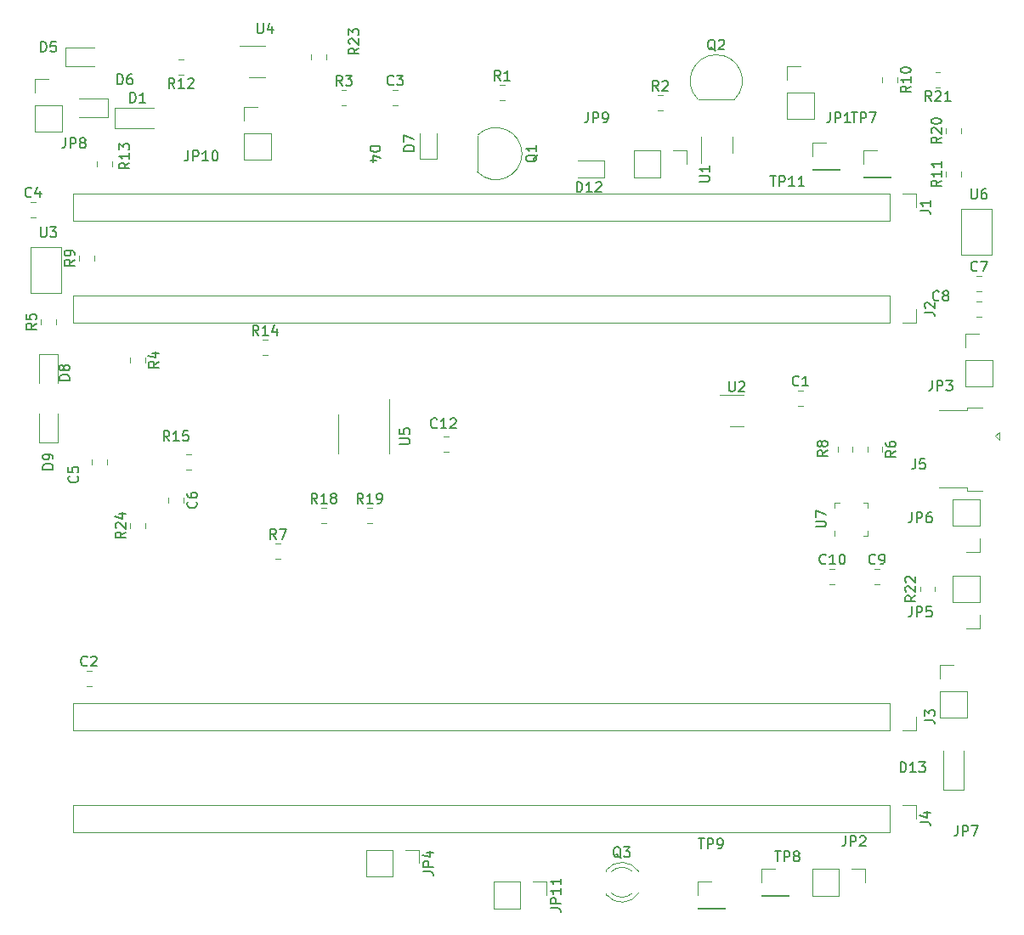
<source format=gbr>
%TF.GenerationSoftware,KiCad,Pcbnew,(6.0.4)*%
%TF.CreationDate,2022-04-22T00:13:30+02:00*%
%TF.ProjectId,main,6d61696e-2e6b-4696-9361-645f70636258,rev?*%
%TF.SameCoordinates,Original*%
%TF.FileFunction,Legend,Top*%
%TF.FilePolarity,Positive*%
%FSLAX46Y46*%
G04 Gerber Fmt 4.6, Leading zero omitted, Abs format (unit mm)*
G04 Created by KiCad (PCBNEW (6.0.4)) date 2022-04-22 00:13:30*
%MOMM*%
%LPD*%
G01*
G04 APERTURE LIST*
%ADD10C,0.150000*%
%ADD11C,0.120000*%
G04 APERTURE END LIST*
D10*
%TO.C,R18*%
X161409142Y-109546380D02*
X161075809Y-109070190D01*
X160837714Y-109546380D02*
X160837714Y-108546380D01*
X161218666Y-108546380D01*
X161313904Y-108594000D01*
X161361523Y-108641619D01*
X161409142Y-108736857D01*
X161409142Y-108879714D01*
X161361523Y-108974952D01*
X161313904Y-109022571D01*
X161218666Y-109070190D01*
X160837714Y-109070190D01*
X162361523Y-109546380D02*
X161790095Y-109546380D01*
X162075809Y-109546380D02*
X162075809Y-108546380D01*
X161980571Y-108689238D01*
X161885333Y-108784476D01*
X161790095Y-108832095D01*
X162932952Y-108974952D02*
X162837714Y-108927333D01*
X162790095Y-108879714D01*
X162742476Y-108784476D01*
X162742476Y-108736857D01*
X162790095Y-108641619D01*
X162837714Y-108594000D01*
X162932952Y-108546380D01*
X163123428Y-108546380D01*
X163218666Y-108594000D01*
X163266285Y-108641619D01*
X163313904Y-108736857D01*
X163313904Y-108784476D01*
X163266285Y-108879714D01*
X163218666Y-108927333D01*
X163123428Y-108974952D01*
X162932952Y-108974952D01*
X162837714Y-109022571D01*
X162790095Y-109070190D01*
X162742476Y-109165428D01*
X162742476Y-109355904D01*
X162790095Y-109451142D01*
X162837714Y-109498761D01*
X162932952Y-109546380D01*
X163123428Y-109546380D01*
X163218666Y-109498761D01*
X163266285Y-109451142D01*
X163313904Y-109355904D01*
X163313904Y-109165428D01*
X163266285Y-109070190D01*
X163218666Y-109022571D01*
X163123428Y-108974952D01*
%TO.C,C8*%
X223353333Y-89257142D02*
X223305714Y-89304761D01*
X223162857Y-89352380D01*
X223067619Y-89352380D01*
X222924761Y-89304761D01*
X222829523Y-89209523D01*
X222781904Y-89114285D01*
X222734285Y-88923809D01*
X222734285Y-88780952D01*
X222781904Y-88590476D01*
X222829523Y-88495238D01*
X222924761Y-88400000D01*
X223067619Y-88352380D01*
X223162857Y-88352380D01*
X223305714Y-88400000D01*
X223353333Y-88447619D01*
X223924761Y-88780952D02*
X223829523Y-88733333D01*
X223781904Y-88685714D01*
X223734285Y-88590476D01*
X223734285Y-88542857D01*
X223781904Y-88447619D01*
X223829523Y-88400000D01*
X223924761Y-88352380D01*
X224115238Y-88352380D01*
X224210476Y-88400000D01*
X224258095Y-88447619D01*
X224305714Y-88542857D01*
X224305714Y-88590476D01*
X224258095Y-88685714D01*
X224210476Y-88733333D01*
X224115238Y-88780952D01*
X223924761Y-88780952D01*
X223829523Y-88828571D01*
X223781904Y-88876190D01*
X223734285Y-88971428D01*
X223734285Y-89161904D01*
X223781904Y-89257142D01*
X223829523Y-89304761D01*
X223924761Y-89352380D01*
X224115238Y-89352380D01*
X224210476Y-89304761D01*
X224258095Y-89257142D01*
X224305714Y-89161904D01*
X224305714Y-88971428D01*
X224258095Y-88876190D01*
X224210476Y-88828571D01*
X224115238Y-88780952D01*
%TO.C,R6*%
X219047380Y-104306666D02*
X218571190Y-104640000D01*
X219047380Y-104878095D02*
X218047380Y-104878095D01*
X218047380Y-104497142D01*
X218095000Y-104401904D01*
X218142619Y-104354285D01*
X218237857Y-104306666D01*
X218380714Y-104306666D01*
X218475952Y-104354285D01*
X218523571Y-104401904D01*
X218571190Y-104497142D01*
X218571190Y-104878095D01*
X218047380Y-103449523D02*
X218047380Y-103640000D01*
X218095000Y-103735238D01*
X218142619Y-103782857D01*
X218285476Y-103878095D01*
X218475952Y-103925714D01*
X218856904Y-103925714D01*
X218952142Y-103878095D01*
X218999761Y-103830476D01*
X219047380Y-103735238D01*
X219047380Y-103544761D01*
X218999761Y-103449523D01*
X218952142Y-103401904D01*
X218856904Y-103354285D01*
X218618809Y-103354285D01*
X218523571Y-103401904D01*
X218475952Y-103449523D01*
X218428333Y-103544761D01*
X218428333Y-103735238D01*
X218475952Y-103830476D01*
X218523571Y-103878095D01*
X218618809Y-103925714D01*
%TO.C,R3*%
X163901333Y-67890380D02*
X163568000Y-67414190D01*
X163329904Y-67890380D02*
X163329904Y-66890380D01*
X163710857Y-66890380D01*
X163806095Y-66938000D01*
X163853714Y-66985619D01*
X163901333Y-67080857D01*
X163901333Y-67223714D01*
X163853714Y-67318952D01*
X163806095Y-67366571D01*
X163710857Y-67414190D01*
X163329904Y-67414190D01*
X164234666Y-66890380D02*
X164853714Y-66890380D01*
X164520380Y-67271333D01*
X164663238Y-67271333D01*
X164758476Y-67318952D01*
X164806095Y-67366571D01*
X164853714Y-67461809D01*
X164853714Y-67699904D01*
X164806095Y-67795142D01*
X164758476Y-67842761D01*
X164663238Y-67890380D01*
X164377523Y-67890380D01*
X164282285Y-67842761D01*
X164234666Y-67795142D01*
%TO.C,R13*%
X142692380Y-75572857D02*
X142216190Y-75906190D01*
X142692380Y-76144285D02*
X141692380Y-76144285D01*
X141692380Y-75763333D01*
X141740000Y-75668095D01*
X141787619Y-75620476D01*
X141882857Y-75572857D01*
X142025714Y-75572857D01*
X142120952Y-75620476D01*
X142168571Y-75668095D01*
X142216190Y-75763333D01*
X142216190Y-76144285D01*
X142692380Y-74620476D02*
X142692380Y-75191904D01*
X142692380Y-74906190D02*
X141692380Y-74906190D01*
X141835238Y-75001428D01*
X141930476Y-75096666D01*
X141978095Y-75191904D01*
X141692380Y-74287142D02*
X141692380Y-73668095D01*
X142073333Y-74001428D01*
X142073333Y-73858571D01*
X142120952Y-73763333D01*
X142168571Y-73715714D01*
X142263809Y-73668095D01*
X142501904Y-73668095D01*
X142597142Y-73715714D01*
X142644761Y-73763333D01*
X142692380Y-73858571D01*
X142692380Y-74144285D01*
X142644761Y-74239523D01*
X142597142Y-74287142D01*
%TO.C,R4*%
X145612380Y-95416666D02*
X145136190Y-95750000D01*
X145612380Y-95988095D02*
X144612380Y-95988095D01*
X144612380Y-95607142D01*
X144660000Y-95511904D01*
X144707619Y-95464285D01*
X144802857Y-95416666D01*
X144945714Y-95416666D01*
X145040952Y-95464285D01*
X145088571Y-95511904D01*
X145136190Y-95607142D01*
X145136190Y-95988095D01*
X144945714Y-94559523D02*
X145612380Y-94559523D01*
X144564761Y-94797619D02*
X145279047Y-95035714D01*
X145279047Y-94416666D01*
%TO.C,R19*%
X165981142Y-109546380D02*
X165647809Y-109070190D01*
X165409714Y-109546380D02*
X165409714Y-108546380D01*
X165790666Y-108546380D01*
X165885904Y-108594000D01*
X165933523Y-108641619D01*
X165981142Y-108736857D01*
X165981142Y-108879714D01*
X165933523Y-108974952D01*
X165885904Y-109022571D01*
X165790666Y-109070190D01*
X165409714Y-109070190D01*
X166933523Y-109546380D02*
X166362095Y-109546380D01*
X166647809Y-109546380D02*
X166647809Y-108546380D01*
X166552571Y-108689238D01*
X166457333Y-108784476D01*
X166362095Y-108832095D01*
X167409714Y-109546380D02*
X167600190Y-109546380D01*
X167695428Y-109498761D01*
X167743047Y-109451142D01*
X167838285Y-109308285D01*
X167885904Y-109117809D01*
X167885904Y-108736857D01*
X167838285Y-108641619D01*
X167790666Y-108594000D01*
X167695428Y-108546380D01*
X167504952Y-108546380D01*
X167409714Y-108594000D01*
X167362095Y-108641619D01*
X167314476Y-108736857D01*
X167314476Y-108974952D01*
X167362095Y-109070190D01*
X167409714Y-109117809D01*
X167504952Y-109165428D01*
X167695428Y-109165428D01*
X167790666Y-109117809D01*
X167838285Y-109070190D01*
X167885904Y-108974952D01*
%TO.C,JP4*%
X171967380Y-146248333D02*
X172681666Y-146248333D01*
X172824523Y-146295952D01*
X172919761Y-146391190D01*
X172967380Y-146534047D01*
X172967380Y-146629285D01*
X172967380Y-145772142D02*
X171967380Y-145772142D01*
X171967380Y-145391190D01*
X172015000Y-145295952D01*
X172062619Y-145248333D01*
X172157857Y-145200714D01*
X172300714Y-145200714D01*
X172395952Y-145248333D01*
X172443571Y-145295952D01*
X172491190Y-145391190D01*
X172491190Y-145772142D01*
X172300714Y-144343571D02*
X172967380Y-144343571D01*
X171919761Y-144581666D02*
X172634047Y-144819761D01*
X172634047Y-144200714D01*
%TO.C,TP7*%
X214638095Y-70572380D02*
X215209523Y-70572380D01*
X214923809Y-71572380D02*
X214923809Y-70572380D01*
X215542857Y-71572380D02*
X215542857Y-70572380D01*
X215923809Y-70572380D01*
X216019047Y-70620000D01*
X216066666Y-70667619D01*
X216114285Y-70762857D01*
X216114285Y-70905714D01*
X216066666Y-71000952D01*
X216019047Y-71048571D01*
X215923809Y-71096190D01*
X215542857Y-71096190D01*
X216447619Y-70572380D02*
X217114285Y-70572380D01*
X216685714Y-71572380D01*
%TO.C,C12*%
X173339890Y-101957142D02*
X173292271Y-102004761D01*
X173149414Y-102052380D01*
X173054176Y-102052380D01*
X172911319Y-102004761D01*
X172816081Y-101909523D01*
X172768462Y-101814285D01*
X172720843Y-101623809D01*
X172720843Y-101480952D01*
X172768462Y-101290476D01*
X172816081Y-101195238D01*
X172911319Y-101100000D01*
X173054176Y-101052380D01*
X173149414Y-101052380D01*
X173292271Y-101100000D01*
X173339890Y-101147619D01*
X174292271Y-102052380D02*
X173720843Y-102052380D01*
X174006557Y-102052380D02*
X174006557Y-101052380D01*
X173911319Y-101195238D01*
X173816081Y-101290476D01*
X173720843Y-101338095D01*
X174673224Y-101147619D02*
X174720843Y-101100000D01*
X174816081Y-101052380D01*
X175054176Y-101052380D01*
X175149414Y-101100000D01*
X175197033Y-101147619D01*
X175244652Y-101242857D01*
X175244652Y-101338095D01*
X175197033Y-101480952D01*
X174625605Y-102052380D01*
X175244652Y-102052380D01*
%TO.C,U4*%
X155448095Y-61682380D02*
X155448095Y-62491904D01*
X155495714Y-62587142D01*
X155543333Y-62634761D01*
X155638571Y-62682380D01*
X155829047Y-62682380D01*
X155924285Y-62634761D01*
X155971904Y-62587142D01*
X156019523Y-62491904D01*
X156019523Y-61682380D01*
X156924285Y-62015714D02*
X156924285Y-62682380D01*
X156686190Y-61634761D02*
X156448095Y-62349047D01*
X157067142Y-62349047D01*
%TO.C,C1*%
X209383333Y-97737142D02*
X209335714Y-97784761D01*
X209192857Y-97832380D01*
X209097619Y-97832380D01*
X208954761Y-97784761D01*
X208859523Y-97689523D01*
X208811904Y-97594285D01*
X208764285Y-97403809D01*
X208764285Y-97260952D01*
X208811904Y-97070476D01*
X208859523Y-96975238D01*
X208954761Y-96880000D01*
X209097619Y-96832380D01*
X209192857Y-96832380D01*
X209335714Y-96880000D01*
X209383333Y-96927619D01*
X210335714Y-97832380D02*
X209764285Y-97832380D01*
X210050000Y-97832380D02*
X210050000Y-96832380D01*
X209954761Y-96975238D01*
X209859523Y-97070476D01*
X209764285Y-97118095D01*
%TO.C,C7*%
X227163333Y-86307142D02*
X227115714Y-86354761D01*
X226972857Y-86402380D01*
X226877619Y-86402380D01*
X226734761Y-86354761D01*
X226639523Y-86259523D01*
X226591904Y-86164285D01*
X226544285Y-85973809D01*
X226544285Y-85830952D01*
X226591904Y-85640476D01*
X226639523Y-85545238D01*
X226734761Y-85450000D01*
X226877619Y-85402380D01*
X226972857Y-85402380D01*
X227115714Y-85450000D01*
X227163333Y-85497619D01*
X227496666Y-85402380D02*
X228163333Y-85402380D01*
X227734761Y-86402380D01*
%TO.C,U6*%
X226568095Y-78192380D02*
X226568095Y-79001904D01*
X226615714Y-79097142D01*
X226663333Y-79144761D01*
X226758571Y-79192380D01*
X226949047Y-79192380D01*
X227044285Y-79144761D01*
X227091904Y-79097142D01*
X227139523Y-79001904D01*
X227139523Y-78192380D01*
X228044285Y-78192380D02*
X227853809Y-78192380D01*
X227758571Y-78240000D01*
X227710952Y-78287619D01*
X227615714Y-78430476D01*
X227568095Y-78620952D01*
X227568095Y-79001904D01*
X227615714Y-79097142D01*
X227663333Y-79144761D01*
X227758571Y-79192380D01*
X227949047Y-79192380D01*
X228044285Y-79144761D01*
X228091904Y-79097142D01*
X228139523Y-79001904D01*
X228139523Y-78763809D01*
X228091904Y-78668571D01*
X228044285Y-78620952D01*
X227949047Y-78573333D01*
X227758571Y-78573333D01*
X227663333Y-78620952D01*
X227615714Y-78668571D01*
X227568095Y-78763809D01*
%TO.C,TP11*%
X206541904Y-76922380D02*
X207113333Y-76922380D01*
X206827619Y-77922380D02*
X206827619Y-76922380D01*
X207446666Y-77922380D02*
X207446666Y-76922380D01*
X207827619Y-76922380D01*
X207922857Y-76970000D01*
X207970476Y-77017619D01*
X208018095Y-77112857D01*
X208018095Y-77255714D01*
X207970476Y-77350952D01*
X207922857Y-77398571D01*
X207827619Y-77446190D01*
X207446666Y-77446190D01*
X208970476Y-77922380D02*
X208399047Y-77922380D01*
X208684761Y-77922380D02*
X208684761Y-76922380D01*
X208589523Y-77065238D01*
X208494285Y-77160476D01*
X208399047Y-77208095D01*
X209922857Y-77922380D02*
X209351428Y-77922380D01*
X209637142Y-77922380D02*
X209637142Y-76922380D01*
X209541904Y-77065238D01*
X209446666Y-77160476D01*
X209351428Y-77208095D01*
%TO.C,C10*%
X212082142Y-115517142D02*
X212034523Y-115564761D01*
X211891666Y-115612380D01*
X211796428Y-115612380D01*
X211653571Y-115564761D01*
X211558333Y-115469523D01*
X211510714Y-115374285D01*
X211463095Y-115183809D01*
X211463095Y-115040952D01*
X211510714Y-114850476D01*
X211558333Y-114755238D01*
X211653571Y-114660000D01*
X211796428Y-114612380D01*
X211891666Y-114612380D01*
X212034523Y-114660000D01*
X212082142Y-114707619D01*
X213034523Y-115612380D02*
X212463095Y-115612380D01*
X212748809Y-115612380D02*
X212748809Y-114612380D01*
X212653571Y-114755238D01*
X212558333Y-114850476D01*
X212463095Y-114898095D01*
X213653571Y-114612380D02*
X213748809Y-114612380D01*
X213844047Y-114660000D01*
X213891666Y-114707619D01*
X213939285Y-114802857D01*
X213986904Y-114993333D01*
X213986904Y-115231428D01*
X213939285Y-115421904D01*
X213891666Y-115517142D01*
X213844047Y-115564761D01*
X213748809Y-115612380D01*
X213653571Y-115612380D01*
X213558333Y-115564761D01*
X213510714Y-115517142D01*
X213463095Y-115421904D01*
X213415476Y-115231428D01*
X213415476Y-114993333D01*
X213463095Y-114802857D01*
X213510714Y-114707619D01*
X213558333Y-114660000D01*
X213653571Y-114612380D01*
%TO.C,R11*%
X223592380Y-77350857D02*
X223116190Y-77684190D01*
X223592380Y-77922285D02*
X222592380Y-77922285D01*
X222592380Y-77541333D01*
X222640000Y-77446095D01*
X222687619Y-77398476D01*
X222782857Y-77350857D01*
X222925714Y-77350857D01*
X223020952Y-77398476D01*
X223068571Y-77446095D01*
X223116190Y-77541333D01*
X223116190Y-77922285D01*
X223592380Y-76398476D02*
X223592380Y-76969904D01*
X223592380Y-76684190D02*
X222592380Y-76684190D01*
X222735238Y-76779428D01*
X222830476Y-76874666D01*
X222878095Y-76969904D01*
X223592380Y-75446095D02*
X223592380Y-76017523D01*
X223592380Y-75731809D02*
X222592380Y-75731809D01*
X222735238Y-75827047D01*
X222830476Y-75922285D01*
X222878095Y-76017523D01*
%TO.C,JP11*%
X184662380Y-149899523D02*
X185376666Y-149899523D01*
X185519523Y-149947142D01*
X185614761Y-150042380D01*
X185662380Y-150185238D01*
X185662380Y-150280476D01*
X185662380Y-149423333D02*
X184662380Y-149423333D01*
X184662380Y-149042380D01*
X184710000Y-148947142D01*
X184757619Y-148899523D01*
X184852857Y-148851904D01*
X184995714Y-148851904D01*
X185090952Y-148899523D01*
X185138571Y-148947142D01*
X185186190Y-149042380D01*
X185186190Y-149423333D01*
X185662380Y-147899523D02*
X185662380Y-148470952D01*
X185662380Y-148185238D02*
X184662380Y-148185238D01*
X184805238Y-148280476D01*
X184900476Y-148375714D01*
X184948095Y-148470952D01*
X185662380Y-146947142D02*
X185662380Y-147518571D01*
X185662380Y-147232857D02*
X184662380Y-147232857D01*
X184805238Y-147328095D01*
X184900476Y-147423333D01*
X184948095Y-147518571D01*
%TO.C,TP9*%
X199398095Y-142962380D02*
X199969523Y-142962380D01*
X199683809Y-143962380D02*
X199683809Y-142962380D01*
X200302857Y-143962380D02*
X200302857Y-142962380D01*
X200683809Y-142962380D01*
X200779047Y-143010000D01*
X200826666Y-143057619D01*
X200874285Y-143152857D01*
X200874285Y-143295714D01*
X200826666Y-143390952D01*
X200779047Y-143438571D01*
X200683809Y-143486190D01*
X200302857Y-143486190D01*
X201350476Y-143962380D02*
X201540952Y-143962380D01*
X201636190Y-143914761D01*
X201683809Y-143867142D01*
X201779047Y-143724285D01*
X201826666Y-143533809D01*
X201826666Y-143152857D01*
X201779047Y-143057619D01*
X201731428Y-143010000D01*
X201636190Y-142962380D01*
X201445714Y-142962380D01*
X201350476Y-143010000D01*
X201302857Y-143057619D01*
X201255238Y-143152857D01*
X201255238Y-143390952D01*
X201302857Y-143486190D01*
X201350476Y-143533809D01*
X201445714Y-143581428D01*
X201636190Y-143581428D01*
X201731428Y-143533809D01*
X201779047Y-143486190D01*
X201826666Y-143390952D01*
%TO.C,R12*%
X147201142Y-68142380D02*
X146867809Y-67666190D01*
X146629714Y-68142380D02*
X146629714Y-67142380D01*
X147010666Y-67142380D01*
X147105904Y-67190000D01*
X147153523Y-67237619D01*
X147201142Y-67332857D01*
X147201142Y-67475714D01*
X147153523Y-67570952D01*
X147105904Y-67618571D01*
X147010666Y-67666190D01*
X146629714Y-67666190D01*
X148153523Y-68142380D02*
X147582095Y-68142380D01*
X147867809Y-68142380D02*
X147867809Y-67142380D01*
X147772571Y-67285238D01*
X147677333Y-67380476D01*
X147582095Y-67428095D01*
X148534476Y-67237619D02*
X148582095Y-67190000D01*
X148677333Y-67142380D01*
X148915428Y-67142380D01*
X149010666Y-67190000D01*
X149058285Y-67237619D01*
X149105904Y-67332857D01*
X149105904Y-67428095D01*
X149058285Y-67570952D01*
X148486857Y-68142380D01*
X149105904Y-68142380D01*
%TO.C,R8*%
X212237580Y-104255866D02*
X211761390Y-104589200D01*
X212237580Y-104827295D02*
X211237580Y-104827295D01*
X211237580Y-104446342D01*
X211285200Y-104351104D01*
X211332819Y-104303485D01*
X211428057Y-104255866D01*
X211570914Y-104255866D01*
X211666152Y-104303485D01*
X211713771Y-104351104D01*
X211761390Y-104446342D01*
X211761390Y-104827295D01*
X211666152Y-103684438D02*
X211618533Y-103779676D01*
X211570914Y-103827295D01*
X211475676Y-103874914D01*
X211428057Y-103874914D01*
X211332819Y-103827295D01*
X211285200Y-103779676D01*
X211237580Y-103684438D01*
X211237580Y-103493961D01*
X211285200Y-103398723D01*
X211332819Y-103351104D01*
X211428057Y-103303485D01*
X211475676Y-103303485D01*
X211570914Y-103351104D01*
X211618533Y-103398723D01*
X211666152Y-103493961D01*
X211666152Y-103684438D01*
X211713771Y-103779676D01*
X211761390Y-103827295D01*
X211856628Y-103874914D01*
X212047104Y-103874914D01*
X212142342Y-103827295D01*
X212189961Y-103779676D01*
X212237580Y-103684438D01*
X212237580Y-103493961D01*
X212189961Y-103398723D01*
X212142342Y-103351104D01*
X212047104Y-103303485D01*
X211856628Y-103303485D01*
X211761390Y-103351104D01*
X211713771Y-103398723D01*
X211666152Y-103493961D01*
%TO.C,R7*%
X157313333Y-113102380D02*
X156980000Y-112626190D01*
X156741904Y-113102380D02*
X156741904Y-112102380D01*
X157122857Y-112102380D01*
X157218095Y-112150000D01*
X157265714Y-112197619D01*
X157313333Y-112292857D01*
X157313333Y-112435714D01*
X157265714Y-112530952D01*
X157218095Y-112578571D01*
X157122857Y-112626190D01*
X156741904Y-112626190D01*
X157646666Y-112102380D02*
X158313333Y-112102380D01*
X157884761Y-113102380D01*
%TO.C,JP9*%
X188396666Y-70572380D02*
X188396666Y-71286666D01*
X188349047Y-71429523D01*
X188253809Y-71524761D01*
X188110952Y-71572380D01*
X188015714Y-71572380D01*
X188872857Y-71572380D02*
X188872857Y-70572380D01*
X189253809Y-70572380D01*
X189349047Y-70620000D01*
X189396666Y-70667619D01*
X189444285Y-70762857D01*
X189444285Y-70905714D01*
X189396666Y-71000952D01*
X189349047Y-71048571D01*
X189253809Y-71096190D01*
X188872857Y-71096190D01*
X189920476Y-71572380D02*
X190110952Y-71572380D01*
X190206190Y-71524761D01*
X190253809Y-71477142D01*
X190349047Y-71334285D01*
X190396666Y-71143809D01*
X190396666Y-70762857D01*
X190349047Y-70667619D01*
X190301428Y-70620000D01*
X190206190Y-70572380D01*
X190015714Y-70572380D01*
X189920476Y-70620000D01*
X189872857Y-70667619D01*
X189825238Y-70762857D01*
X189825238Y-71000952D01*
X189872857Y-71096190D01*
X189920476Y-71143809D01*
X190015714Y-71191428D01*
X190206190Y-71191428D01*
X190301428Y-71143809D01*
X190349047Y-71096190D01*
X190396666Y-71000952D01*
%TO.C,D8*%
X136722380Y-97258095D02*
X135722380Y-97258095D01*
X135722380Y-97020000D01*
X135770000Y-96877142D01*
X135865238Y-96781904D01*
X135960476Y-96734285D01*
X136150952Y-96686666D01*
X136293809Y-96686666D01*
X136484285Y-96734285D01*
X136579523Y-96781904D01*
X136674761Y-96877142D01*
X136722380Y-97020000D01*
X136722380Y-97258095D01*
X136150952Y-96115238D02*
X136103333Y-96210476D01*
X136055714Y-96258095D01*
X135960476Y-96305714D01*
X135912857Y-96305714D01*
X135817619Y-96258095D01*
X135770000Y-96210476D01*
X135722380Y-96115238D01*
X135722380Y-95924761D01*
X135770000Y-95829523D01*
X135817619Y-95781904D01*
X135912857Y-95734285D01*
X135960476Y-95734285D01*
X136055714Y-95781904D01*
X136103333Y-95829523D01*
X136150952Y-95924761D01*
X136150952Y-96115238D01*
X136198571Y-96210476D01*
X136246190Y-96258095D01*
X136341428Y-96305714D01*
X136531904Y-96305714D01*
X136627142Y-96258095D01*
X136674761Y-96210476D01*
X136722380Y-96115238D01*
X136722380Y-95924761D01*
X136674761Y-95829523D01*
X136627142Y-95781904D01*
X136531904Y-95734285D01*
X136341428Y-95734285D01*
X136246190Y-95781904D01*
X136198571Y-95829523D01*
X136150952Y-95924761D01*
%TO.C,D6*%
X141501904Y-67762380D02*
X141501904Y-66762380D01*
X141740000Y-66762380D01*
X141882857Y-66810000D01*
X141978095Y-66905238D01*
X142025714Y-67000476D01*
X142073333Y-67190952D01*
X142073333Y-67333809D01*
X142025714Y-67524285D01*
X141978095Y-67619523D01*
X141882857Y-67714761D01*
X141740000Y-67762380D01*
X141501904Y-67762380D01*
X142930476Y-66762380D02*
X142740000Y-66762380D01*
X142644761Y-66810000D01*
X142597142Y-66857619D01*
X142501904Y-67000476D01*
X142454285Y-67190952D01*
X142454285Y-67571904D01*
X142501904Y-67667142D01*
X142549523Y-67714761D01*
X142644761Y-67762380D01*
X142835238Y-67762380D01*
X142930476Y-67714761D01*
X142978095Y-67667142D01*
X143025714Y-67571904D01*
X143025714Y-67333809D01*
X142978095Y-67238571D01*
X142930476Y-67190952D01*
X142835238Y-67143333D01*
X142644761Y-67143333D01*
X142549523Y-67190952D01*
X142501904Y-67238571D01*
X142454285Y-67333809D01*
%TO.C,U3*%
X133858095Y-82002380D02*
X133858095Y-82811904D01*
X133905714Y-82907142D01*
X133953333Y-82954761D01*
X134048571Y-83002380D01*
X134239047Y-83002380D01*
X134334285Y-82954761D01*
X134381904Y-82907142D01*
X134429523Y-82811904D01*
X134429523Y-82002380D01*
X134810476Y-82002380D02*
X135429523Y-82002380D01*
X135096190Y-82383333D01*
X135239047Y-82383333D01*
X135334285Y-82430952D01*
X135381904Y-82478571D01*
X135429523Y-82573809D01*
X135429523Y-82811904D01*
X135381904Y-82907142D01*
X135334285Y-82954761D01*
X135239047Y-83002380D01*
X134953333Y-83002380D01*
X134858095Y-82954761D01*
X134810476Y-82907142D01*
%TO.C,TP8*%
X207018095Y-144232380D02*
X207589523Y-144232380D01*
X207303809Y-145232380D02*
X207303809Y-144232380D01*
X207922857Y-145232380D02*
X207922857Y-144232380D01*
X208303809Y-144232380D01*
X208399047Y-144280000D01*
X208446666Y-144327619D01*
X208494285Y-144422857D01*
X208494285Y-144565714D01*
X208446666Y-144660952D01*
X208399047Y-144708571D01*
X208303809Y-144756190D01*
X207922857Y-144756190D01*
X209065714Y-144660952D02*
X208970476Y-144613333D01*
X208922857Y-144565714D01*
X208875238Y-144470476D01*
X208875238Y-144422857D01*
X208922857Y-144327619D01*
X208970476Y-144280000D01*
X209065714Y-144232380D01*
X209256190Y-144232380D01*
X209351428Y-144280000D01*
X209399047Y-144327619D01*
X209446666Y-144422857D01*
X209446666Y-144470476D01*
X209399047Y-144565714D01*
X209351428Y-144613333D01*
X209256190Y-144660952D01*
X209065714Y-144660952D01*
X208970476Y-144708571D01*
X208922857Y-144756190D01*
X208875238Y-144851428D01*
X208875238Y-145041904D01*
X208922857Y-145137142D01*
X208970476Y-145184761D01*
X209065714Y-145232380D01*
X209256190Y-145232380D01*
X209351428Y-145184761D01*
X209399047Y-145137142D01*
X209446666Y-145041904D01*
X209446666Y-144851428D01*
X209399047Y-144756190D01*
X209351428Y-144708571D01*
X209256190Y-144660952D01*
%TO.C,J2*%
X221932380Y-90503333D02*
X222646666Y-90503333D01*
X222789523Y-90550952D01*
X222884761Y-90646190D01*
X222932380Y-90789047D01*
X222932380Y-90884285D01*
X222027619Y-90074761D02*
X221980000Y-90027142D01*
X221932380Y-89931904D01*
X221932380Y-89693809D01*
X221980000Y-89598571D01*
X222027619Y-89550952D01*
X222122857Y-89503333D01*
X222218095Y-89503333D01*
X222360952Y-89550952D01*
X222932380Y-90122380D01*
X222932380Y-89503333D01*
%TO.C,R5*%
X133422380Y-91606666D02*
X132946190Y-91940000D01*
X133422380Y-92178095D02*
X132422380Y-92178095D01*
X132422380Y-91797142D01*
X132470000Y-91701904D01*
X132517619Y-91654285D01*
X132612857Y-91606666D01*
X132755714Y-91606666D01*
X132850952Y-91654285D01*
X132898571Y-91701904D01*
X132946190Y-91797142D01*
X132946190Y-92178095D01*
X132422380Y-90701904D02*
X132422380Y-91178095D01*
X132898571Y-91225714D01*
X132850952Y-91178095D01*
X132803333Y-91082857D01*
X132803333Y-90844761D01*
X132850952Y-90749523D01*
X132898571Y-90701904D01*
X132993809Y-90654285D01*
X133231904Y-90654285D01*
X133327142Y-90701904D01*
X133374761Y-90749523D01*
X133422380Y-90844761D01*
X133422380Y-91082857D01*
X133374761Y-91178095D01*
X133327142Y-91225714D01*
%TO.C,JP2*%
X214050666Y-142708380D02*
X214050666Y-143422666D01*
X214003047Y-143565523D01*
X213907809Y-143660761D01*
X213764952Y-143708380D01*
X213669714Y-143708380D01*
X214526857Y-143708380D02*
X214526857Y-142708380D01*
X214907809Y-142708380D01*
X215003047Y-142756000D01*
X215050666Y-142803619D01*
X215098285Y-142898857D01*
X215098285Y-143041714D01*
X215050666Y-143136952D01*
X215003047Y-143184571D01*
X214907809Y-143232190D01*
X214526857Y-143232190D01*
X215479238Y-142803619D02*
X215526857Y-142756000D01*
X215622095Y-142708380D01*
X215860190Y-142708380D01*
X215955428Y-142756000D01*
X216003047Y-142803619D01*
X216050666Y-142898857D01*
X216050666Y-142994095D01*
X216003047Y-143136952D01*
X215431619Y-143708380D01*
X216050666Y-143708380D01*
%TO.C,JP5*%
X220654666Y-119843380D02*
X220654666Y-120557666D01*
X220607047Y-120700523D01*
X220511809Y-120795761D01*
X220368952Y-120843380D01*
X220273714Y-120843380D01*
X221130857Y-120843380D02*
X221130857Y-119843380D01*
X221511809Y-119843380D01*
X221607047Y-119891000D01*
X221654666Y-119938619D01*
X221702285Y-120033857D01*
X221702285Y-120176714D01*
X221654666Y-120271952D01*
X221607047Y-120319571D01*
X221511809Y-120367190D01*
X221130857Y-120367190D01*
X222607047Y-119843380D02*
X222130857Y-119843380D01*
X222083238Y-120319571D01*
X222130857Y-120271952D01*
X222226095Y-120224333D01*
X222464190Y-120224333D01*
X222559428Y-120271952D01*
X222607047Y-120319571D01*
X222654666Y-120414809D01*
X222654666Y-120652904D01*
X222607047Y-120748142D01*
X222559428Y-120795761D01*
X222464190Y-120843380D01*
X222226095Y-120843380D01*
X222130857Y-120795761D01*
X222083238Y-120748142D01*
%TO.C,R22*%
X221001580Y-118736857D02*
X220525390Y-119070190D01*
X221001580Y-119308285D02*
X220001580Y-119308285D01*
X220001580Y-118927333D01*
X220049200Y-118832095D01*
X220096819Y-118784476D01*
X220192057Y-118736857D01*
X220334914Y-118736857D01*
X220430152Y-118784476D01*
X220477771Y-118832095D01*
X220525390Y-118927333D01*
X220525390Y-119308285D01*
X220096819Y-118355904D02*
X220049200Y-118308285D01*
X220001580Y-118213047D01*
X220001580Y-117974952D01*
X220049200Y-117879714D01*
X220096819Y-117832095D01*
X220192057Y-117784476D01*
X220287295Y-117784476D01*
X220430152Y-117832095D01*
X221001580Y-118403523D01*
X221001580Y-117784476D01*
X220096819Y-117403523D02*
X220049200Y-117355904D01*
X220001580Y-117260666D01*
X220001580Y-117022571D01*
X220049200Y-116927333D01*
X220096819Y-116879714D01*
X220192057Y-116832095D01*
X220287295Y-116832095D01*
X220430152Y-116879714D01*
X221001580Y-117451142D01*
X221001580Y-116832095D01*
%TO.C,C6*%
X149357142Y-109386666D02*
X149404761Y-109434285D01*
X149452380Y-109577142D01*
X149452380Y-109672380D01*
X149404761Y-109815238D01*
X149309523Y-109910476D01*
X149214285Y-109958095D01*
X149023809Y-110005714D01*
X148880952Y-110005714D01*
X148690476Y-109958095D01*
X148595238Y-109910476D01*
X148500000Y-109815238D01*
X148452380Y-109672380D01*
X148452380Y-109577142D01*
X148500000Y-109434285D01*
X148547619Y-109386666D01*
X148452380Y-108529523D02*
X148452380Y-108720000D01*
X148500000Y-108815238D01*
X148547619Y-108862857D01*
X148690476Y-108958095D01*
X148880952Y-109005714D01*
X149261904Y-109005714D01*
X149357142Y-108958095D01*
X149404761Y-108910476D01*
X149452380Y-108815238D01*
X149452380Y-108624761D01*
X149404761Y-108529523D01*
X149357142Y-108481904D01*
X149261904Y-108434285D01*
X149023809Y-108434285D01*
X148928571Y-108481904D01*
X148880952Y-108529523D01*
X148833333Y-108624761D01*
X148833333Y-108815238D01*
X148880952Y-108910476D01*
X148928571Y-108958095D01*
X149023809Y-109005714D01*
%TO.C,R1*%
X179665333Y-67382380D02*
X179332000Y-66906190D01*
X179093904Y-67382380D02*
X179093904Y-66382380D01*
X179474857Y-66382380D01*
X179570095Y-66430000D01*
X179617714Y-66477619D01*
X179665333Y-66572857D01*
X179665333Y-66715714D01*
X179617714Y-66810952D01*
X179570095Y-66858571D01*
X179474857Y-66906190D01*
X179093904Y-66906190D01*
X180617714Y-67382380D02*
X180046285Y-67382380D01*
X180332000Y-67382380D02*
X180332000Y-66382380D01*
X180236761Y-66525238D01*
X180141523Y-66620476D01*
X180046285Y-66668095D01*
%TO.C,R2*%
X195413333Y-68398380D02*
X195080000Y-67922190D01*
X194841904Y-68398380D02*
X194841904Y-67398380D01*
X195222857Y-67398380D01*
X195318095Y-67446000D01*
X195365714Y-67493619D01*
X195413333Y-67588857D01*
X195413333Y-67731714D01*
X195365714Y-67826952D01*
X195318095Y-67874571D01*
X195222857Y-67922190D01*
X194841904Y-67922190D01*
X195794285Y-67493619D02*
X195841904Y-67446000D01*
X195937142Y-67398380D01*
X196175238Y-67398380D01*
X196270476Y-67446000D01*
X196318095Y-67493619D01*
X196365714Y-67588857D01*
X196365714Y-67684095D01*
X196318095Y-67826952D01*
X195746666Y-68398380D01*
X196365714Y-68398380D01*
%TO.C,R9*%
X137232380Y-85256666D02*
X136756190Y-85590000D01*
X137232380Y-85828095D02*
X136232380Y-85828095D01*
X136232380Y-85447142D01*
X136280000Y-85351904D01*
X136327619Y-85304285D01*
X136422857Y-85256666D01*
X136565714Y-85256666D01*
X136660952Y-85304285D01*
X136708571Y-85351904D01*
X136756190Y-85447142D01*
X136756190Y-85828095D01*
X137232380Y-84780476D02*
X137232380Y-84590000D01*
X137184761Y-84494761D01*
X137137142Y-84447142D01*
X136994285Y-84351904D01*
X136803809Y-84304285D01*
X136422857Y-84304285D01*
X136327619Y-84351904D01*
X136280000Y-84399523D01*
X136232380Y-84494761D01*
X136232380Y-84685238D01*
X136280000Y-84780476D01*
X136327619Y-84828095D01*
X136422857Y-84875714D01*
X136660952Y-84875714D01*
X136756190Y-84828095D01*
X136803809Y-84780476D01*
X136851428Y-84685238D01*
X136851428Y-84494761D01*
X136803809Y-84399523D01*
X136756190Y-84351904D01*
X136660952Y-84304285D01*
%TO.C,R24*%
X142312380Y-112402857D02*
X141836190Y-112736190D01*
X142312380Y-112974285D02*
X141312380Y-112974285D01*
X141312380Y-112593333D01*
X141360000Y-112498095D01*
X141407619Y-112450476D01*
X141502857Y-112402857D01*
X141645714Y-112402857D01*
X141740952Y-112450476D01*
X141788571Y-112498095D01*
X141836190Y-112593333D01*
X141836190Y-112974285D01*
X141407619Y-112021904D02*
X141360000Y-111974285D01*
X141312380Y-111879047D01*
X141312380Y-111640952D01*
X141360000Y-111545714D01*
X141407619Y-111498095D01*
X141502857Y-111450476D01*
X141598095Y-111450476D01*
X141740952Y-111498095D01*
X142312380Y-112069523D01*
X142312380Y-111450476D01*
X141645714Y-110593333D02*
X142312380Y-110593333D01*
X141264761Y-110831428D02*
X141979047Y-111069523D01*
X141979047Y-110450476D01*
%TO.C,J5*%
X221002266Y-105116380D02*
X221002266Y-105830666D01*
X220954647Y-105973523D01*
X220859409Y-106068761D01*
X220716552Y-106116380D01*
X220621314Y-106116380D01*
X221954647Y-105116380D02*
X221478457Y-105116380D01*
X221430838Y-105592571D01*
X221478457Y-105544952D01*
X221573695Y-105497333D01*
X221811790Y-105497333D01*
X221907028Y-105544952D01*
X221954647Y-105592571D01*
X222002266Y-105687809D01*
X222002266Y-105925904D01*
X221954647Y-106021142D01*
X221907028Y-106068761D01*
X221811790Y-106116380D01*
X221573695Y-106116380D01*
X221478457Y-106068761D01*
X221430838Y-106021142D01*
%TO.C,R15*%
X146677142Y-103322380D02*
X146343809Y-102846190D01*
X146105714Y-103322380D02*
X146105714Y-102322380D01*
X146486666Y-102322380D01*
X146581904Y-102370000D01*
X146629523Y-102417619D01*
X146677142Y-102512857D01*
X146677142Y-102655714D01*
X146629523Y-102750952D01*
X146581904Y-102798571D01*
X146486666Y-102846190D01*
X146105714Y-102846190D01*
X147629523Y-103322380D02*
X147058095Y-103322380D01*
X147343809Y-103322380D02*
X147343809Y-102322380D01*
X147248571Y-102465238D01*
X147153333Y-102560476D01*
X147058095Y-102608095D01*
X148534285Y-102322380D02*
X148058095Y-102322380D01*
X148010476Y-102798571D01*
X148058095Y-102750952D01*
X148153333Y-102703333D01*
X148391428Y-102703333D01*
X148486666Y-102750952D01*
X148534285Y-102798571D01*
X148581904Y-102893809D01*
X148581904Y-103131904D01*
X148534285Y-103227142D01*
X148486666Y-103274761D01*
X148391428Y-103322380D01*
X148153333Y-103322380D01*
X148058095Y-103274761D01*
X148010476Y-103227142D01*
%TO.C,J1*%
X221492380Y-80343333D02*
X222206666Y-80343333D01*
X222349523Y-80390952D01*
X222444761Y-80486190D01*
X222492380Y-80629047D01*
X222492380Y-80724285D01*
X222492380Y-79343333D02*
X222492380Y-79914761D01*
X222492380Y-79629047D02*
X221492380Y-79629047D01*
X221635238Y-79724285D01*
X221730476Y-79819523D01*
X221778095Y-79914761D01*
%TO.C,R20*%
X223592380Y-73032857D02*
X223116190Y-73366190D01*
X223592380Y-73604285D02*
X222592380Y-73604285D01*
X222592380Y-73223333D01*
X222640000Y-73128095D01*
X222687619Y-73080476D01*
X222782857Y-73032857D01*
X222925714Y-73032857D01*
X223020952Y-73080476D01*
X223068571Y-73128095D01*
X223116190Y-73223333D01*
X223116190Y-73604285D01*
X222687619Y-72651904D02*
X222640000Y-72604285D01*
X222592380Y-72509047D01*
X222592380Y-72270952D01*
X222640000Y-72175714D01*
X222687619Y-72128095D01*
X222782857Y-72080476D01*
X222878095Y-72080476D01*
X223020952Y-72128095D01*
X223592380Y-72699523D01*
X223592380Y-72080476D01*
X222592380Y-71461428D02*
X222592380Y-71366190D01*
X222640000Y-71270952D01*
X222687619Y-71223333D01*
X222782857Y-71175714D01*
X222973333Y-71128095D01*
X223211428Y-71128095D01*
X223401904Y-71175714D01*
X223497142Y-71223333D01*
X223544761Y-71270952D01*
X223592380Y-71366190D01*
X223592380Y-71461428D01*
X223544761Y-71556666D01*
X223497142Y-71604285D01*
X223401904Y-71651904D01*
X223211428Y-71699523D01*
X222973333Y-71699523D01*
X222782857Y-71651904D01*
X222687619Y-71604285D01*
X222640000Y-71556666D01*
X222592380Y-71461428D01*
%TO.C,Q1*%
X183320619Y-74771238D02*
X183273000Y-74866476D01*
X183177761Y-74961714D01*
X183034904Y-75104571D01*
X182987285Y-75199809D01*
X182987285Y-75295047D01*
X183225380Y-75247428D02*
X183177761Y-75342666D01*
X183082523Y-75437904D01*
X182892047Y-75485523D01*
X182558714Y-75485523D01*
X182368238Y-75437904D01*
X182273000Y-75342666D01*
X182225380Y-75247428D01*
X182225380Y-75056952D01*
X182273000Y-74961714D01*
X182368238Y-74866476D01*
X182558714Y-74818857D01*
X182892047Y-74818857D01*
X183082523Y-74866476D01*
X183177761Y-74961714D01*
X183225380Y-75056952D01*
X183225380Y-75247428D01*
X183225380Y-73866476D02*
X183225380Y-74437904D01*
X183225380Y-74152190D02*
X182225380Y-74152190D01*
X182368238Y-74247428D01*
X182463476Y-74342666D01*
X182511095Y-74437904D01*
%TO.C,JP7*%
X225226666Y-141692380D02*
X225226666Y-142406666D01*
X225179047Y-142549523D01*
X225083809Y-142644761D01*
X224940952Y-142692380D01*
X224845714Y-142692380D01*
X225702857Y-142692380D02*
X225702857Y-141692380D01*
X226083809Y-141692380D01*
X226179047Y-141740000D01*
X226226666Y-141787619D01*
X226274285Y-141882857D01*
X226274285Y-142025714D01*
X226226666Y-142120952D01*
X226179047Y-142168571D01*
X226083809Y-142216190D01*
X225702857Y-142216190D01*
X226607619Y-141692380D02*
X227274285Y-141692380D01*
X226845714Y-142692380D01*
%TO.C,R23*%
X165552380Y-64142857D02*
X165076190Y-64476190D01*
X165552380Y-64714285D02*
X164552380Y-64714285D01*
X164552380Y-64333333D01*
X164600000Y-64238095D01*
X164647619Y-64190476D01*
X164742857Y-64142857D01*
X164885714Y-64142857D01*
X164980952Y-64190476D01*
X165028571Y-64238095D01*
X165076190Y-64333333D01*
X165076190Y-64714285D01*
X164647619Y-63761904D02*
X164600000Y-63714285D01*
X164552380Y-63619047D01*
X164552380Y-63380952D01*
X164600000Y-63285714D01*
X164647619Y-63238095D01*
X164742857Y-63190476D01*
X164838095Y-63190476D01*
X164980952Y-63238095D01*
X165552380Y-63809523D01*
X165552380Y-63190476D01*
X164552380Y-62857142D02*
X164552380Y-62238095D01*
X164933333Y-62571428D01*
X164933333Y-62428571D01*
X164980952Y-62333333D01*
X165028571Y-62285714D01*
X165123809Y-62238095D01*
X165361904Y-62238095D01*
X165457142Y-62285714D01*
X165504761Y-62333333D01*
X165552380Y-62428571D01*
X165552380Y-62714285D01*
X165504761Y-62809523D01*
X165457142Y-62857142D01*
%TO.C,JP6*%
X220654666Y-110445380D02*
X220654666Y-111159666D01*
X220607047Y-111302523D01*
X220511809Y-111397761D01*
X220368952Y-111445380D01*
X220273714Y-111445380D01*
X221130857Y-111445380D02*
X221130857Y-110445380D01*
X221511809Y-110445380D01*
X221607047Y-110493000D01*
X221654666Y-110540619D01*
X221702285Y-110635857D01*
X221702285Y-110778714D01*
X221654666Y-110873952D01*
X221607047Y-110921571D01*
X221511809Y-110969190D01*
X221130857Y-110969190D01*
X222559428Y-110445380D02*
X222368952Y-110445380D01*
X222273714Y-110493000D01*
X222226095Y-110540619D01*
X222130857Y-110683476D01*
X222083238Y-110873952D01*
X222083238Y-111254904D01*
X222130857Y-111350142D01*
X222178476Y-111397761D01*
X222273714Y-111445380D01*
X222464190Y-111445380D01*
X222559428Y-111397761D01*
X222607047Y-111350142D01*
X222654666Y-111254904D01*
X222654666Y-111016809D01*
X222607047Y-110921571D01*
X222559428Y-110873952D01*
X222464190Y-110826333D01*
X222273714Y-110826333D01*
X222178476Y-110873952D01*
X222130857Y-110921571D01*
X222083238Y-111016809D01*
%TO.C,D5*%
X133881904Y-64516380D02*
X133881904Y-63516380D01*
X134120000Y-63516380D01*
X134262857Y-63564000D01*
X134358095Y-63659238D01*
X134405714Y-63754476D01*
X134453333Y-63944952D01*
X134453333Y-64087809D01*
X134405714Y-64278285D01*
X134358095Y-64373523D01*
X134262857Y-64468761D01*
X134120000Y-64516380D01*
X133881904Y-64516380D01*
X135358095Y-63516380D02*
X134881904Y-63516380D01*
X134834285Y-63992571D01*
X134881904Y-63944952D01*
X134977142Y-63897333D01*
X135215238Y-63897333D01*
X135310476Y-63944952D01*
X135358095Y-63992571D01*
X135405714Y-64087809D01*
X135405714Y-64325904D01*
X135358095Y-64421142D01*
X135310476Y-64468761D01*
X135215238Y-64516380D01*
X134977142Y-64516380D01*
X134881904Y-64468761D01*
X134834285Y-64421142D01*
%TO.C,U7*%
X211082380Y-111886904D02*
X211891904Y-111886904D01*
X211987142Y-111839285D01*
X212034761Y-111791666D01*
X212082380Y-111696428D01*
X212082380Y-111505952D01*
X212034761Y-111410714D01*
X211987142Y-111363095D01*
X211891904Y-111315476D01*
X211082380Y-111315476D01*
X211082380Y-110934523D02*
X211082380Y-110267857D01*
X212082380Y-110696428D01*
%TO.C,R21*%
X222607142Y-69412380D02*
X222273809Y-68936190D01*
X222035714Y-69412380D02*
X222035714Y-68412380D01*
X222416666Y-68412380D01*
X222511904Y-68460000D01*
X222559523Y-68507619D01*
X222607142Y-68602857D01*
X222607142Y-68745714D01*
X222559523Y-68840952D01*
X222511904Y-68888571D01*
X222416666Y-68936190D01*
X222035714Y-68936190D01*
X222988095Y-68507619D02*
X223035714Y-68460000D01*
X223130952Y-68412380D01*
X223369047Y-68412380D01*
X223464285Y-68460000D01*
X223511904Y-68507619D01*
X223559523Y-68602857D01*
X223559523Y-68698095D01*
X223511904Y-68840952D01*
X222940476Y-69412380D01*
X223559523Y-69412380D01*
X224511904Y-69412380D02*
X223940476Y-69412380D01*
X224226190Y-69412380D02*
X224226190Y-68412380D01*
X224130952Y-68555238D01*
X224035714Y-68650476D01*
X223940476Y-68698095D01*
%TO.C,U1*%
X199502780Y-77469904D02*
X200312304Y-77469904D01*
X200407542Y-77422285D01*
X200455161Y-77374666D01*
X200502780Y-77279428D01*
X200502780Y-77088952D01*
X200455161Y-76993714D01*
X200407542Y-76946095D01*
X200312304Y-76898476D01*
X199502780Y-76898476D01*
X200502780Y-75898476D02*
X200502780Y-76469904D01*
X200502780Y-76184190D02*
X199502780Y-76184190D01*
X199645638Y-76279428D01*
X199740876Y-76374666D01*
X199788495Y-76469904D01*
%TO.C,Q3*%
X191674761Y-144907619D02*
X191579523Y-144860000D01*
X191484285Y-144764761D01*
X191341428Y-144621904D01*
X191246190Y-144574285D01*
X191150952Y-144574285D01*
X191198571Y-144812380D02*
X191103333Y-144764761D01*
X191008095Y-144669523D01*
X190960476Y-144479047D01*
X190960476Y-144145714D01*
X191008095Y-143955238D01*
X191103333Y-143860000D01*
X191198571Y-143812380D01*
X191389047Y-143812380D01*
X191484285Y-143860000D01*
X191579523Y-143955238D01*
X191627142Y-144145714D01*
X191627142Y-144479047D01*
X191579523Y-144669523D01*
X191484285Y-144764761D01*
X191389047Y-144812380D01*
X191198571Y-144812380D01*
X191960476Y-143812380D02*
X192579523Y-143812380D01*
X192246190Y-144193333D01*
X192389047Y-144193333D01*
X192484285Y-144240952D01*
X192531904Y-144288571D01*
X192579523Y-144383809D01*
X192579523Y-144621904D01*
X192531904Y-144717142D01*
X192484285Y-144764761D01*
X192389047Y-144812380D01*
X192103333Y-144812380D01*
X192008095Y-144764761D01*
X191960476Y-144717142D01*
%TO.C,D4*%
X166679619Y-73937904D02*
X167679619Y-73937904D01*
X167679619Y-74176000D01*
X167632000Y-74318857D01*
X167536761Y-74414095D01*
X167441523Y-74461714D01*
X167251047Y-74509333D01*
X167108190Y-74509333D01*
X166917714Y-74461714D01*
X166822476Y-74414095D01*
X166727238Y-74318857D01*
X166679619Y-74176000D01*
X166679619Y-73937904D01*
X167346285Y-75366476D02*
X166679619Y-75366476D01*
X167727238Y-75128380D02*
X167012952Y-74890285D01*
X167012952Y-75509333D01*
%TO.C,Q2*%
X201072761Y-64403619D02*
X200977523Y-64356000D01*
X200882285Y-64260761D01*
X200739428Y-64117904D01*
X200644190Y-64070285D01*
X200548952Y-64070285D01*
X200596571Y-64308380D02*
X200501333Y-64260761D01*
X200406095Y-64165523D01*
X200358476Y-63975047D01*
X200358476Y-63641714D01*
X200406095Y-63451238D01*
X200501333Y-63356000D01*
X200596571Y-63308380D01*
X200787047Y-63308380D01*
X200882285Y-63356000D01*
X200977523Y-63451238D01*
X201025142Y-63641714D01*
X201025142Y-63975047D01*
X200977523Y-64165523D01*
X200882285Y-64260761D01*
X200787047Y-64308380D01*
X200596571Y-64308380D01*
X201406095Y-63403619D02*
X201453714Y-63356000D01*
X201548952Y-63308380D01*
X201787047Y-63308380D01*
X201882285Y-63356000D01*
X201929904Y-63403619D01*
X201977523Y-63498857D01*
X201977523Y-63594095D01*
X201929904Y-63736952D01*
X201358476Y-64308380D01*
X201977523Y-64308380D01*
%TO.C,D13*%
X219511714Y-136342380D02*
X219511714Y-135342380D01*
X219749809Y-135342380D01*
X219892666Y-135390000D01*
X219987904Y-135485238D01*
X220035523Y-135580476D01*
X220083142Y-135770952D01*
X220083142Y-135913809D01*
X220035523Y-136104285D01*
X219987904Y-136199523D01*
X219892666Y-136294761D01*
X219749809Y-136342380D01*
X219511714Y-136342380D01*
X221035523Y-136342380D02*
X220464095Y-136342380D01*
X220749809Y-136342380D02*
X220749809Y-135342380D01*
X220654571Y-135485238D01*
X220559333Y-135580476D01*
X220464095Y-135628095D01*
X221368857Y-135342380D02*
X221987904Y-135342380D01*
X221654571Y-135723333D01*
X221797428Y-135723333D01*
X221892666Y-135770952D01*
X221940285Y-135818571D01*
X221987904Y-135913809D01*
X221987904Y-136151904D01*
X221940285Y-136247142D01*
X221892666Y-136294761D01*
X221797428Y-136342380D01*
X221511714Y-136342380D01*
X221416476Y-136294761D01*
X221368857Y-136247142D01*
%TO.C,J4*%
X221492380Y-141303333D02*
X222206666Y-141303333D01*
X222349523Y-141350952D01*
X222444761Y-141446190D01*
X222492380Y-141589047D01*
X222492380Y-141684285D01*
X221825714Y-140398571D02*
X222492380Y-140398571D01*
X221444761Y-140636666D02*
X222159047Y-140874761D01*
X222159047Y-140255714D01*
%TO.C,R14*%
X155567142Y-92782380D02*
X155233809Y-92306190D01*
X154995714Y-92782380D02*
X154995714Y-91782380D01*
X155376666Y-91782380D01*
X155471904Y-91830000D01*
X155519523Y-91877619D01*
X155567142Y-91972857D01*
X155567142Y-92115714D01*
X155519523Y-92210952D01*
X155471904Y-92258571D01*
X155376666Y-92306190D01*
X154995714Y-92306190D01*
X156519523Y-92782380D02*
X155948095Y-92782380D01*
X156233809Y-92782380D02*
X156233809Y-91782380D01*
X156138571Y-91925238D01*
X156043333Y-92020476D01*
X155948095Y-92068095D01*
X157376666Y-92115714D02*
X157376666Y-92782380D01*
X157138571Y-91734761D02*
X156900476Y-92449047D01*
X157519523Y-92449047D01*
%TO.C,C4*%
X132929333Y-78941142D02*
X132881714Y-78988761D01*
X132738857Y-79036380D01*
X132643619Y-79036380D01*
X132500761Y-78988761D01*
X132405523Y-78893523D01*
X132357904Y-78798285D01*
X132310285Y-78607809D01*
X132310285Y-78464952D01*
X132357904Y-78274476D01*
X132405523Y-78179238D01*
X132500761Y-78084000D01*
X132643619Y-78036380D01*
X132738857Y-78036380D01*
X132881714Y-78084000D01*
X132929333Y-78131619D01*
X133786476Y-78369714D02*
X133786476Y-79036380D01*
X133548380Y-77988761D02*
X133310285Y-78703047D01*
X133929333Y-78703047D01*
%TO.C,JP1*%
X212526666Y-70572380D02*
X212526666Y-71286666D01*
X212479047Y-71429523D01*
X212383809Y-71524761D01*
X212240952Y-71572380D01*
X212145714Y-71572380D01*
X213002857Y-71572380D02*
X213002857Y-70572380D01*
X213383809Y-70572380D01*
X213479047Y-70620000D01*
X213526666Y-70667619D01*
X213574285Y-70762857D01*
X213574285Y-70905714D01*
X213526666Y-71000952D01*
X213479047Y-71048571D01*
X213383809Y-71096190D01*
X213002857Y-71096190D01*
X214526666Y-71572380D02*
X213955238Y-71572380D01*
X214240952Y-71572380D02*
X214240952Y-70572380D01*
X214145714Y-70715238D01*
X214050476Y-70810476D01*
X213955238Y-70858095D01*
%TO.C,JP8*%
X136326666Y-73112380D02*
X136326666Y-73826666D01*
X136279047Y-73969523D01*
X136183809Y-74064761D01*
X136040952Y-74112380D01*
X135945714Y-74112380D01*
X136802857Y-74112380D02*
X136802857Y-73112380D01*
X137183809Y-73112380D01*
X137279047Y-73160000D01*
X137326666Y-73207619D01*
X137374285Y-73302857D01*
X137374285Y-73445714D01*
X137326666Y-73540952D01*
X137279047Y-73588571D01*
X137183809Y-73636190D01*
X136802857Y-73636190D01*
X137945714Y-73540952D02*
X137850476Y-73493333D01*
X137802857Y-73445714D01*
X137755238Y-73350476D01*
X137755238Y-73302857D01*
X137802857Y-73207619D01*
X137850476Y-73160000D01*
X137945714Y-73112380D01*
X138136190Y-73112380D01*
X138231428Y-73160000D01*
X138279047Y-73207619D01*
X138326666Y-73302857D01*
X138326666Y-73350476D01*
X138279047Y-73445714D01*
X138231428Y-73493333D01*
X138136190Y-73540952D01*
X137945714Y-73540952D01*
X137850476Y-73588571D01*
X137802857Y-73636190D01*
X137755238Y-73731428D01*
X137755238Y-73921904D01*
X137802857Y-74017142D01*
X137850476Y-74064761D01*
X137945714Y-74112380D01*
X138136190Y-74112380D01*
X138231428Y-74064761D01*
X138279047Y-74017142D01*
X138326666Y-73921904D01*
X138326666Y-73731428D01*
X138279047Y-73636190D01*
X138231428Y-73588571D01*
X138136190Y-73540952D01*
%TO.C,D1*%
X142771904Y-69572380D02*
X142771904Y-68572380D01*
X143010000Y-68572380D01*
X143152857Y-68620000D01*
X143248095Y-68715238D01*
X143295714Y-68810476D01*
X143343333Y-69000952D01*
X143343333Y-69143809D01*
X143295714Y-69334285D01*
X143248095Y-69429523D01*
X143152857Y-69524761D01*
X143010000Y-69572380D01*
X142771904Y-69572380D01*
X144295714Y-69572380D02*
X143724285Y-69572380D01*
X144010000Y-69572380D02*
X144010000Y-68572380D01*
X143914761Y-68715238D01*
X143819523Y-68810476D01*
X143724285Y-68858095D01*
%TO.C,JP3*%
X222686666Y-97302380D02*
X222686666Y-98016666D01*
X222639047Y-98159523D01*
X222543809Y-98254761D01*
X222400952Y-98302380D01*
X222305714Y-98302380D01*
X223162857Y-98302380D02*
X223162857Y-97302380D01*
X223543809Y-97302380D01*
X223639047Y-97350000D01*
X223686666Y-97397619D01*
X223734285Y-97492857D01*
X223734285Y-97635714D01*
X223686666Y-97730952D01*
X223639047Y-97778571D01*
X223543809Y-97826190D01*
X223162857Y-97826190D01*
X224067619Y-97302380D02*
X224686666Y-97302380D01*
X224353333Y-97683333D01*
X224496190Y-97683333D01*
X224591428Y-97730952D01*
X224639047Y-97778571D01*
X224686666Y-97873809D01*
X224686666Y-98111904D01*
X224639047Y-98207142D01*
X224591428Y-98254761D01*
X224496190Y-98302380D01*
X224210476Y-98302380D01*
X224115238Y-98254761D01*
X224067619Y-98207142D01*
%TO.C,J3*%
X221932380Y-131143333D02*
X222646666Y-131143333D01*
X222789523Y-131190952D01*
X222884761Y-131286190D01*
X222932380Y-131429047D01*
X222932380Y-131524285D01*
X221932380Y-130762380D02*
X221932380Y-130143333D01*
X222313333Y-130476666D01*
X222313333Y-130333809D01*
X222360952Y-130238571D01*
X222408571Y-130190952D01*
X222503809Y-130143333D01*
X222741904Y-130143333D01*
X222837142Y-130190952D01*
X222884761Y-130238571D01*
X222932380Y-130333809D01*
X222932380Y-130619523D01*
X222884761Y-130714761D01*
X222837142Y-130762380D01*
%TO.C,R10*%
X220542380Y-67952857D02*
X220066190Y-68286190D01*
X220542380Y-68524285D02*
X219542380Y-68524285D01*
X219542380Y-68143333D01*
X219590000Y-68048095D01*
X219637619Y-68000476D01*
X219732857Y-67952857D01*
X219875714Y-67952857D01*
X219970952Y-68000476D01*
X220018571Y-68048095D01*
X220066190Y-68143333D01*
X220066190Y-68524285D01*
X220542380Y-67000476D02*
X220542380Y-67571904D01*
X220542380Y-67286190D02*
X219542380Y-67286190D01*
X219685238Y-67381428D01*
X219780476Y-67476666D01*
X219828095Y-67571904D01*
X219542380Y-66381428D02*
X219542380Y-66286190D01*
X219590000Y-66190952D01*
X219637619Y-66143333D01*
X219732857Y-66095714D01*
X219923333Y-66048095D01*
X220161428Y-66048095D01*
X220351904Y-66095714D01*
X220447142Y-66143333D01*
X220494761Y-66190952D01*
X220542380Y-66286190D01*
X220542380Y-66381428D01*
X220494761Y-66476666D01*
X220447142Y-66524285D01*
X220351904Y-66571904D01*
X220161428Y-66619523D01*
X219923333Y-66619523D01*
X219732857Y-66571904D01*
X219637619Y-66524285D01*
X219590000Y-66476666D01*
X219542380Y-66381428D01*
%TO.C,D12*%
X187253714Y-78502380D02*
X187253714Y-77502380D01*
X187491809Y-77502380D01*
X187634666Y-77550000D01*
X187729904Y-77645238D01*
X187777523Y-77740476D01*
X187825142Y-77930952D01*
X187825142Y-78073809D01*
X187777523Y-78264285D01*
X187729904Y-78359523D01*
X187634666Y-78454761D01*
X187491809Y-78502380D01*
X187253714Y-78502380D01*
X188777523Y-78502380D02*
X188206095Y-78502380D01*
X188491809Y-78502380D02*
X188491809Y-77502380D01*
X188396571Y-77645238D01*
X188301333Y-77740476D01*
X188206095Y-77788095D01*
X189158476Y-77597619D02*
X189206095Y-77550000D01*
X189301333Y-77502380D01*
X189539428Y-77502380D01*
X189634666Y-77550000D01*
X189682285Y-77597619D01*
X189729904Y-77692857D01*
X189729904Y-77788095D01*
X189682285Y-77930952D01*
X189110857Y-78502380D01*
X189729904Y-78502380D01*
%TO.C,C2*%
X138495833Y-125677142D02*
X138448214Y-125724761D01*
X138305357Y-125772380D01*
X138210119Y-125772380D01*
X138067261Y-125724761D01*
X137972023Y-125629523D01*
X137924404Y-125534285D01*
X137876785Y-125343809D01*
X137876785Y-125200952D01*
X137924404Y-125010476D01*
X137972023Y-124915238D01*
X138067261Y-124820000D01*
X138210119Y-124772380D01*
X138305357Y-124772380D01*
X138448214Y-124820000D01*
X138495833Y-124867619D01*
X138876785Y-124867619D02*
X138924404Y-124820000D01*
X139019642Y-124772380D01*
X139257738Y-124772380D01*
X139352976Y-124820000D01*
X139400595Y-124867619D01*
X139448214Y-124962857D01*
X139448214Y-125058095D01*
X139400595Y-125200952D01*
X138829166Y-125772380D01*
X139448214Y-125772380D01*
%TO.C,D9*%
X135072380Y-106148095D02*
X134072380Y-106148095D01*
X134072380Y-105910000D01*
X134120000Y-105767142D01*
X134215238Y-105671904D01*
X134310476Y-105624285D01*
X134500952Y-105576666D01*
X134643809Y-105576666D01*
X134834285Y-105624285D01*
X134929523Y-105671904D01*
X135024761Y-105767142D01*
X135072380Y-105910000D01*
X135072380Y-106148095D01*
X135072380Y-105100476D02*
X135072380Y-104910000D01*
X135024761Y-104814761D01*
X134977142Y-104767142D01*
X134834285Y-104671904D01*
X134643809Y-104624285D01*
X134262857Y-104624285D01*
X134167619Y-104671904D01*
X134120000Y-104719523D01*
X134072380Y-104814761D01*
X134072380Y-105005238D01*
X134120000Y-105100476D01*
X134167619Y-105148095D01*
X134262857Y-105195714D01*
X134500952Y-105195714D01*
X134596190Y-105148095D01*
X134643809Y-105100476D01*
X134691428Y-105005238D01*
X134691428Y-104814761D01*
X134643809Y-104719523D01*
X134596190Y-104671904D01*
X134500952Y-104624285D01*
%TO.C,C3*%
X169018833Y-67765142D02*
X168971214Y-67812761D01*
X168828357Y-67860380D01*
X168733119Y-67860380D01*
X168590261Y-67812761D01*
X168495023Y-67717523D01*
X168447404Y-67622285D01*
X168399785Y-67431809D01*
X168399785Y-67288952D01*
X168447404Y-67098476D01*
X168495023Y-67003238D01*
X168590261Y-66908000D01*
X168733119Y-66860380D01*
X168828357Y-66860380D01*
X168971214Y-66908000D01*
X169018833Y-66955619D01*
X169352166Y-66860380D02*
X169971214Y-66860380D01*
X169637880Y-67241333D01*
X169780738Y-67241333D01*
X169875976Y-67288952D01*
X169923595Y-67336571D01*
X169971214Y-67431809D01*
X169971214Y-67669904D01*
X169923595Y-67765142D01*
X169875976Y-67812761D01*
X169780738Y-67860380D01*
X169495023Y-67860380D01*
X169399785Y-67812761D01*
X169352166Y-67765142D01*
%TO.C,U5*%
X169632380Y-103631904D02*
X170441904Y-103631904D01*
X170537142Y-103584285D01*
X170584761Y-103536666D01*
X170632380Y-103441428D01*
X170632380Y-103250952D01*
X170584761Y-103155714D01*
X170537142Y-103108095D01*
X170441904Y-103060476D01*
X169632380Y-103060476D01*
X169632380Y-102108095D02*
X169632380Y-102584285D01*
X170108571Y-102631904D01*
X170060952Y-102584285D01*
X170013333Y-102489047D01*
X170013333Y-102250952D01*
X170060952Y-102155714D01*
X170108571Y-102108095D01*
X170203809Y-102060476D01*
X170441904Y-102060476D01*
X170537142Y-102108095D01*
X170584761Y-102155714D01*
X170632380Y-102250952D01*
X170632380Y-102489047D01*
X170584761Y-102584285D01*
X170537142Y-102631904D01*
%TO.C,C9*%
X217003333Y-115517142D02*
X216955714Y-115564761D01*
X216812857Y-115612380D01*
X216717619Y-115612380D01*
X216574761Y-115564761D01*
X216479523Y-115469523D01*
X216431904Y-115374285D01*
X216384285Y-115183809D01*
X216384285Y-115040952D01*
X216431904Y-114850476D01*
X216479523Y-114755238D01*
X216574761Y-114660000D01*
X216717619Y-114612380D01*
X216812857Y-114612380D01*
X216955714Y-114660000D01*
X217003333Y-114707619D01*
X217479523Y-115612380D02*
X217670000Y-115612380D01*
X217765238Y-115564761D01*
X217812857Y-115517142D01*
X217908095Y-115374285D01*
X217955714Y-115183809D01*
X217955714Y-114802857D01*
X217908095Y-114707619D01*
X217860476Y-114660000D01*
X217765238Y-114612380D01*
X217574761Y-114612380D01*
X217479523Y-114660000D01*
X217431904Y-114707619D01*
X217384285Y-114802857D01*
X217384285Y-115040952D01*
X217431904Y-115136190D01*
X217479523Y-115183809D01*
X217574761Y-115231428D01*
X217765238Y-115231428D01*
X217860476Y-115183809D01*
X217908095Y-115136190D01*
X217955714Y-115040952D01*
%TO.C,JP10*%
X148550476Y-74382380D02*
X148550476Y-75096666D01*
X148502857Y-75239523D01*
X148407619Y-75334761D01*
X148264761Y-75382380D01*
X148169523Y-75382380D01*
X149026666Y-75382380D02*
X149026666Y-74382380D01*
X149407619Y-74382380D01*
X149502857Y-74430000D01*
X149550476Y-74477619D01*
X149598095Y-74572857D01*
X149598095Y-74715714D01*
X149550476Y-74810952D01*
X149502857Y-74858571D01*
X149407619Y-74906190D01*
X149026666Y-74906190D01*
X150550476Y-75382380D02*
X149979047Y-75382380D01*
X150264761Y-75382380D02*
X150264761Y-74382380D01*
X150169523Y-74525238D01*
X150074285Y-74620476D01*
X149979047Y-74668095D01*
X151169523Y-74382380D02*
X151264761Y-74382380D01*
X151360000Y-74430000D01*
X151407619Y-74477619D01*
X151455238Y-74572857D01*
X151502857Y-74763333D01*
X151502857Y-75001428D01*
X151455238Y-75191904D01*
X151407619Y-75287142D01*
X151360000Y-75334761D01*
X151264761Y-75382380D01*
X151169523Y-75382380D01*
X151074285Y-75334761D01*
X151026666Y-75287142D01*
X150979047Y-75191904D01*
X150931428Y-75001428D01*
X150931428Y-74763333D01*
X150979047Y-74572857D01*
X151026666Y-74477619D01*
X151074285Y-74430000D01*
X151169523Y-74382380D01*
%TO.C,U2*%
X202438095Y-97382380D02*
X202438095Y-98191904D01*
X202485714Y-98287142D01*
X202533333Y-98334761D01*
X202628571Y-98382380D01*
X202819047Y-98382380D01*
X202914285Y-98334761D01*
X202961904Y-98287142D01*
X203009523Y-98191904D01*
X203009523Y-97382380D01*
X203438095Y-97477619D02*
X203485714Y-97430000D01*
X203580952Y-97382380D01*
X203819047Y-97382380D01*
X203914285Y-97430000D01*
X203961904Y-97477619D01*
X204009523Y-97572857D01*
X204009523Y-97668095D01*
X203961904Y-97810952D01*
X203390476Y-98382380D01*
X204009523Y-98382380D01*
%TO.C,D7*%
X171063380Y-74398095D02*
X170063380Y-74398095D01*
X170063380Y-74160000D01*
X170111000Y-74017142D01*
X170206238Y-73921904D01*
X170301476Y-73874285D01*
X170491952Y-73826666D01*
X170634809Y-73826666D01*
X170825285Y-73874285D01*
X170920523Y-73921904D01*
X171015761Y-74017142D01*
X171063380Y-74160000D01*
X171063380Y-74398095D01*
X170063380Y-73493333D02*
X170063380Y-72826666D01*
X171063380Y-73255238D01*
%TO.C,C5*%
X137517142Y-106846666D02*
X137564761Y-106894285D01*
X137612380Y-107037142D01*
X137612380Y-107132380D01*
X137564761Y-107275238D01*
X137469523Y-107370476D01*
X137374285Y-107418095D01*
X137183809Y-107465714D01*
X137040952Y-107465714D01*
X136850476Y-107418095D01*
X136755238Y-107370476D01*
X136660000Y-107275238D01*
X136612380Y-107132380D01*
X136612380Y-107037142D01*
X136660000Y-106894285D01*
X136707619Y-106846666D01*
X136612380Y-105941904D02*
X136612380Y-106418095D01*
X137088571Y-106465714D01*
X137040952Y-106418095D01*
X136993333Y-106322857D01*
X136993333Y-106084761D01*
X137040952Y-105989523D01*
X137088571Y-105941904D01*
X137183809Y-105894285D01*
X137421904Y-105894285D01*
X137517142Y-105941904D01*
X137564761Y-105989523D01*
X137612380Y-106084761D01*
X137612380Y-106322857D01*
X137564761Y-106418095D01*
X137517142Y-106465714D01*
D11*
%TO.C,R18*%
X161824936Y-110009000D02*
X162279064Y-110009000D01*
X161824936Y-111479000D02*
X162279064Y-111479000D01*
%TO.C,C8*%
X227068748Y-89435000D02*
X227591252Y-89435000D01*
X227068748Y-90905000D02*
X227591252Y-90905000D01*
%TO.C,R6*%
X216210000Y-103912936D02*
X216210000Y-104367064D01*
X217680000Y-103912936D02*
X217680000Y-104367064D01*
%TO.C,R3*%
X163840936Y-68353000D02*
X164295064Y-68353000D01*
X163840936Y-69823000D02*
X164295064Y-69823000D01*
%TO.C,R13*%
X140943000Y-75464936D02*
X140943000Y-75919064D01*
X139473000Y-75464936D02*
X139473000Y-75919064D01*
%TO.C,R4*%
X144245000Y-95022936D02*
X144245000Y-95477064D01*
X142775000Y-95022936D02*
X142775000Y-95477064D01*
%TO.C,R19*%
X166396936Y-110009000D02*
X166851064Y-110009000D01*
X166396936Y-111479000D02*
X166851064Y-111479000D01*
%TO.C,JP4*%
X168915000Y-146745000D02*
X166315000Y-146745000D01*
X170185000Y-144085000D02*
X171515000Y-144085000D01*
X168915000Y-144085000D02*
X168915000Y-146745000D01*
X168915000Y-144085000D02*
X166315000Y-144085000D01*
X166315000Y-144085000D02*
X166315000Y-146745000D01*
X171515000Y-144085000D02*
X171515000Y-145415000D01*
%TO.C,TP7*%
X218500000Y-76962000D02*
X218500000Y-77022000D01*
X215840000Y-77022000D02*
X218500000Y-77022000D01*
X215840000Y-76962000D02*
X218500000Y-76962000D01*
X215840000Y-74362000D02*
X217170000Y-74362000D01*
X215840000Y-76962000D02*
X215840000Y-77022000D01*
X215840000Y-75692000D02*
X215840000Y-74362000D01*
%TO.C,C12*%
X174505252Y-104367000D02*
X173982748Y-104367000D01*
X174505252Y-102897000D02*
X173982748Y-102897000D01*
%TO.C,U4*%
X155448000Y-67092000D02*
X156248000Y-67092000D01*
X155448000Y-63972000D02*
X153648000Y-63972000D01*
X155448000Y-63972000D02*
X156248000Y-63972000D01*
X155448000Y-67092000D02*
X154648000Y-67092000D01*
%TO.C,C1*%
X209288748Y-99795000D02*
X209811252Y-99795000D01*
X209288748Y-98325000D02*
X209811252Y-98325000D01*
%TO.C,C7*%
X227068748Y-88365000D02*
X227591252Y-88365000D01*
X227068748Y-86895000D02*
X227591252Y-86895000D01*
%TO.C,U6*%
X228600000Y-80180000D02*
X228600000Y-84780000D01*
X228600000Y-84780000D02*
X225560000Y-84780000D01*
X225560000Y-84780000D02*
X225560000Y-80180000D01*
X225560000Y-80180000D02*
X228600000Y-80180000D01*
%TO.C,TP11*%
X210760000Y-76200000D02*
X213420000Y-76200000D01*
X210760000Y-74930000D02*
X210760000Y-73600000D01*
X210760000Y-76260000D02*
X213420000Y-76260000D01*
X210760000Y-73600000D02*
X212090000Y-73600000D01*
X213420000Y-76200000D02*
X213420000Y-76260000D01*
X210760000Y-76200000D02*
X210760000Y-76260000D01*
%TO.C,C10*%
X212463748Y-116105000D02*
X212986252Y-116105000D01*
X212463748Y-117575000D02*
X212986252Y-117575000D01*
%TO.C,R11*%
X224055000Y-76935064D02*
X224055000Y-76480936D01*
X225525000Y-76935064D02*
X225525000Y-76480936D01*
%TO.C,JP11*%
X181610000Y-149920000D02*
X179010000Y-149920000D01*
X184210000Y-147260000D02*
X184210000Y-148590000D01*
X182880000Y-147260000D02*
X184210000Y-147260000D01*
X181610000Y-147260000D02*
X181610000Y-149920000D01*
X179010000Y-147260000D02*
X179010000Y-149920000D01*
X181610000Y-147260000D02*
X179010000Y-147260000D01*
%TO.C,TP9*%
X199330000Y-148590000D02*
X199330000Y-147260000D01*
X199330000Y-149860000D02*
X199330000Y-149920000D01*
X199330000Y-147260000D02*
X200660000Y-147260000D01*
X199330000Y-149860000D02*
X201990000Y-149860000D01*
X201990000Y-149860000D02*
X201990000Y-149920000D01*
X199330000Y-149920000D02*
X201990000Y-149920000D01*
%TO.C,R12*%
X148071064Y-65305000D02*
X147616936Y-65305000D01*
X148071064Y-66775000D02*
X147616936Y-66775000D01*
%TO.C,R8*%
X214730000Y-103912936D02*
X214730000Y-104367064D01*
X213260000Y-103912936D02*
X213260000Y-104367064D01*
%TO.C,R7*%
X157252936Y-113565000D02*
X157707064Y-113565000D01*
X157252936Y-115035000D02*
X157707064Y-115035000D01*
%TO.C,JP9*%
X195585000Y-74362000D02*
X192985000Y-74362000D01*
X195585000Y-74362000D02*
X195585000Y-77022000D01*
X195585000Y-77022000D02*
X192985000Y-77022000D01*
X198185000Y-74362000D02*
X198185000Y-75692000D01*
X196855000Y-74362000D02*
X198185000Y-74362000D01*
X192985000Y-74362000D02*
X192985000Y-77022000D01*
%TO.C,D8*%
X135580000Y-97520000D02*
X135580000Y-94660000D01*
X135580000Y-94660000D02*
X133660000Y-94660000D01*
X133660000Y-94660000D02*
X133660000Y-97520000D01*
%TO.C,D6*%
X137684000Y-71064000D02*
X140544000Y-71064000D01*
X140544000Y-71064000D02*
X140544000Y-69144000D01*
X140544000Y-69144000D02*
X137684000Y-69144000D01*
%TO.C,U3*%
X132850000Y-83990000D02*
X135890000Y-83990000D01*
X132850000Y-88590000D02*
X132850000Y-83990000D01*
X135890000Y-83990000D02*
X135890000Y-88590000D01*
X135890000Y-88590000D02*
X132850000Y-88590000D01*
%TO.C,TP8*%
X208340000Y-148590000D02*
X208340000Y-148650000D01*
X205680000Y-145990000D02*
X207010000Y-145990000D01*
X205680000Y-147320000D02*
X205680000Y-145990000D01*
X205680000Y-148590000D02*
X205680000Y-148650000D01*
X205680000Y-148590000D02*
X208340000Y-148590000D01*
X205680000Y-148650000D02*
X208340000Y-148650000D01*
%TO.C,J2*%
X221040000Y-91500000D02*
X219710000Y-91500000D01*
X218440000Y-88840000D02*
X137100000Y-88840000D01*
X218440000Y-88840000D02*
X218440000Y-91500000D01*
X137100000Y-88840000D02*
X137100000Y-91500000D01*
X221040000Y-90170000D02*
X221040000Y-91500000D01*
X218440000Y-91500000D02*
X137100000Y-91500000D01*
%TO.C,R5*%
X135355000Y-91667064D02*
X135355000Y-91212936D01*
X133885000Y-91667064D02*
X133885000Y-91212936D01*
%TO.C,JP2*%
X215960000Y-145990000D02*
X215960000Y-147320000D01*
X213360000Y-148650000D02*
X210760000Y-148650000D01*
X210760000Y-145990000D02*
X210760000Y-148650000D01*
X214630000Y-145990000D02*
X215960000Y-145990000D01*
X213360000Y-145990000D02*
X213360000Y-148650000D01*
X213360000Y-145990000D02*
X210760000Y-145990000D01*
%TO.C,JP5*%
X227390000Y-120650000D02*
X227390000Y-121980000D01*
X227390000Y-119380000D02*
X224730000Y-119380000D01*
X227390000Y-121980000D02*
X226060000Y-121980000D01*
X227390000Y-119380000D02*
X227390000Y-116780000D01*
X224730000Y-119380000D02*
X224730000Y-116780000D01*
X227390000Y-116780000D02*
X224730000Y-116780000D01*
%TO.C,R22*%
X222934200Y-118321064D02*
X222934200Y-117866936D01*
X221464200Y-118321064D02*
X221464200Y-117866936D01*
%TO.C,C6*%
X146585000Y-108958748D02*
X146585000Y-109481252D01*
X148055000Y-108958748D02*
X148055000Y-109481252D01*
%TO.C,R1*%
X179604936Y-69315000D02*
X180059064Y-69315000D01*
X179604936Y-67845000D02*
X180059064Y-67845000D01*
%TO.C,R2*%
X195352936Y-70331000D02*
X195807064Y-70331000D01*
X195352936Y-68861000D02*
X195807064Y-68861000D01*
%TO.C,R9*%
X137695000Y-85317064D02*
X137695000Y-84862936D01*
X139165000Y-85317064D02*
X139165000Y-84862936D01*
%TO.C,R24*%
X142775000Y-111987064D02*
X142775000Y-111532936D01*
X144245000Y-111987064D02*
X144245000Y-111532936D01*
%TO.C,J5*%
X228925000Y-102815000D02*
X229375000Y-102415000D01*
X226125000Y-107965000D02*
X226125000Y-108265000D01*
X229375000Y-103215000D02*
X228925000Y-102815000D01*
X223325000Y-107965000D02*
X226125000Y-107965000D01*
X229375000Y-102415000D02*
X229375000Y-103215000D01*
X226125000Y-108265000D02*
X227675000Y-108265000D01*
X226125000Y-99965000D02*
X227675000Y-99965000D01*
X226125000Y-99965000D02*
X226125000Y-100265000D01*
X223325000Y-100265000D02*
X226125000Y-100265000D01*
%TO.C,R15*%
X148362936Y-104675000D02*
X148817064Y-104675000D01*
X148362936Y-106145000D02*
X148817064Y-106145000D01*
%TO.C,J1*%
X219710000Y-78680000D02*
X221040000Y-78680000D01*
X218440000Y-81340000D02*
X137100000Y-81340000D01*
X218440000Y-78680000D02*
X218440000Y-81340000D01*
X221040000Y-78680000D02*
X221040000Y-80010000D01*
X137100000Y-78680000D02*
X137100000Y-81340000D01*
X218440000Y-78680000D02*
X137100000Y-78680000D01*
%TO.C,R20*%
X224055000Y-72617064D02*
X224055000Y-72162936D01*
X225525000Y-72617064D02*
X225525000Y-72162936D01*
%TO.C,Q1*%
X177363000Y-72876000D02*
X177363000Y-76476000D01*
X177374522Y-76514478D02*
G75*
G03*
X181813000Y-74676000I1838478J1838478D01*
G01*
X181813001Y-74676000D02*
G75*
G03*
X177374522Y-72837522I-2600001J0D01*
G01*
%TO.C,JP7*%
X223460000Y-128270000D02*
X223460000Y-130870000D01*
X226120000Y-128270000D02*
X226120000Y-130870000D01*
X223460000Y-130870000D02*
X226120000Y-130870000D01*
X223460000Y-125670000D02*
X224790000Y-125670000D01*
X223460000Y-127000000D02*
X223460000Y-125670000D01*
X223460000Y-128270000D02*
X226120000Y-128270000D01*
%TO.C,R23*%
X162279000Y-64812936D02*
X162279000Y-65267064D01*
X160809000Y-64812936D02*
X160809000Y-65267064D01*
%TO.C,JP6*%
X227390000Y-111760000D02*
X224730000Y-111760000D01*
X227390000Y-109160000D02*
X224730000Y-109160000D01*
X227390000Y-111760000D02*
X227390000Y-109160000D01*
X227390000Y-113030000D02*
X227390000Y-114360000D01*
X227390000Y-114360000D02*
X226060000Y-114360000D01*
X224730000Y-111760000D02*
X224730000Y-109160000D01*
%TO.C,D5*%
X136316000Y-64064000D02*
X136316000Y-65984000D01*
X139176000Y-64064000D02*
X136316000Y-64064000D01*
X136316000Y-65984000D02*
X139176000Y-65984000D01*
%TO.C,U7*%
X212970000Y-109965000D02*
X212970000Y-109465000D01*
X212970000Y-112785000D02*
X212970000Y-112285000D01*
X216290000Y-112285000D02*
X216290000Y-112785000D01*
X216290000Y-109465000D02*
X215790000Y-109465000D01*
X216290000Y-112785000D02*
X215790000Y-112785000D01*
X216290000Y-109965000D02*
X216290000Y-109465000D01*
X212970000Y-109465000D02*
X213470000Y-109465000D01*
%TO.C,R21*%
X223477064Y-66575000D02*
X223022936Y-66575000D01*
X223477064Y-68045000D02*
X223022936Y-68045000D01*
%TO.C,U1*%
X199674000Y-73781500D02*
X199674000Y-72981500D01*
X202794000Y-73781500D02*
X202794000Y-72981500D01*
X202794000Y-73781500D02*
X202794000Y-74581500D01*
X199674000Y-73781500D02*
X199674000Y-75581500D01*
%TO.C,Q3*%
X190210000Y-146084000D02*
X190210000Y-146240000D01*
X190210000Y-148400000D02*
X190210000Y-148556000D01*
X190210000Y-148555516D02*
G75*
G03*
X193442335Y-148398608I1560000J1235516D01*
G01*
X192811130Y-146240163D02*
G75*
G03*
X190729039Y-146240000I-1041130J-1079837D01*
G01*
X193442335Y-146241392D02*
G75*
G03*
X190210000Y-146084484I-1672335J-1078608D01*
G01*
X190729039Y-148400000D02*
G75*
G03*
X192811130Y-148399837I1040961J1080000D01*
G01*
%TO.C,Q2*%
X199368000Y-69266000D02*
X202968000Y-69266000D01*
X203006478Y-69254478D02*
G75*
G03*
X201168000Y-64816000I-1838478J1838478D01*
G01*
X201168000Y-64815999D02*
G75*
G03*
X199329522Y-69254478I0J-2600001D01*
G01*
%TO.C,D13*%
X223790000Y-138140000D02*
X223790000Y-134240000D01*
X223790000Y-138140000D02*
X225790000Y-138140000D01*
X225790000Y-138140000D02*
X225790000Y-134240000D01*
%TO.C,J4*%
X219710000Y-139640000D02*
X221040000Y-139640000D01*
X218440000Y-139640000D02*
X218440000Y-142300000D01*
X137100000Y-139640000D02*
X137100000Y-142300000D01*
X221040000Y-139640000D02*
X221040000Y-140970000D01*
X218440000Y-142300000D02*
X137100000Y-142300000D01*
X218440000Y-139640000D02*
X137100000Y-139640000D01*
%TO.C,R14*%
X155982936Y-93245000D02*
X156437064Y-93245000D01*
X155982936Y-94715000D02*
X156437064Y-94715000D01*
%TO.C,C4*%
X132834748Y-80999000D02*
X133357252Y-80999000D01*
X132834748Y-79529000D02*
X133357252Y-79529000D01*
%TO.C,JP1*%
X208220000Y-65980000D02*
X209550000Y-65980000D01*
X208220000Y-68580000D02*
X208220000Y-71180000D01*
X208220000Y-71180000D02*
X210880000Y-71180000D01*
X210880000Y-68580000D02*
X210880000Y-71180000D01*
X208220000Y-68580000D02*
X210880000Y-68580000D01*
X208220000Y-67310000D02*
X208220000Y-65980000D01*
%TO.C,JP8*%
X133290000Y-72450000D02*
X135950000Y-72450000D01*
X133290000Y-67250000D02*
X134620000Y-67250000D01*
X133290000Y-69850000D02*
X133290000Y-72450000D01*
X133290000Y-69850000D02*
X135950000Y-69850000D01*
X133290000Y-68580000D02*
X133290000Y-67250000D01*
X135950000Y-69850000D02*
X135950000Y-72450000D01*
%TO.C,D1*%
X141260000Y-70120000D02*
X141260000Y-72120000D01*
X141260000Y-72120000D02*
X145160000Y-72120000D01*
X141260000Y-70120000D02*
X145160000Y-70120000D01*
%TO.C,JP3*%
X226000000Y-95250000D02*
X228660000Y-95250000D01*
X228660000Y-95250000D02*
X228660000Y-97850000D01*
X226000000Y-95250000D02*
X226000000Y-97850000D01*
X226000000Y-97850000D02*
X228660000Y-97850000D01*
X226000000Y-92650000D02*
X227330000Y-92650000D01*
X226000000Y-93980000D02*
X226000000Y-92650000D01*
%TO.C,J3*%
X218440000Y-129480000D02*
X218440000Y-132140000D01*
X221040000Y-132140000D02*
X219710000Y-132140000D01*
X137100000Y-129480000D02*
X137100000Y-132140000D01*
X218440000Y-129480000D02*
X137100000Y-129480000D01*
X221040000Y-130810000D02*
X221040000Y-132140000D01*
X218440000Y-132140000D02*
X137100000Y-132140000D01*
%TO.C,R10*%
X219175000Y-67082936D02*
X219175000Y-67537064D01*
X217705000Y-67082936D02*
X217705000Y-67537064D01*
%TO.C,D12*%
X189968000Y-77050000D02*
X189968000Y-75350000D01*
X189968000Y-77050000D02*
X187418000Y-77050000D01*
X189968000Y-75350000D02*
X187418000Y-75350000D01*
%TO.C,C2*%
X138401248Y-127735000D02*
X138923752Y-127735000D01*
X138401248Y-126265000D02*
X138923752Y-126265000D01*
%TO.C,D9*%
X135580000Y-103460000D02*
X135580000Y-100600000D01*
X133660000Y-103460000D02*
X135580000Y-103460000D01*
X133660000Y-100600000D02*
X133660000Y-103460000D01*
%TO.C,C3*%
X168924248Y-69823000D02*
X169446752Y-69823000D01*
X168924248Y-68353000D02*
X169446752Y-68353000D01*
%TO.C,U5*%
X163491000Y-102616000D02*
X163491000Y-100666000D01*
X168611000Y-102616000D02*
X168611000Y-99166000D01*
X163491000Y-102616000D02*
X163491000Y-104566000D01*
X168611000Y-102616000D02*
X168611000Y-104566000D01*
%TO.C,C9*%
X216908748Y-116105000D02*
X217431252Y-116105000D01*
X216908748Y-117575000D02*
X217431252Y-117575000D01*
%TO.C,JP10*%
X154118000Y-72639000D02*
X156778000Y-72639000D01*
X154118000Y-72639000D02*
X154118000Y-75239000D01*
X154118000Y-75239000D02*
X156778000Y-75239000D01*
X154118000Y-71369000D02*
X154118000Y-70039000D01*
X156778000Y-72639000D02*
X156778000Y-75239000D01*
X154118000Y-70039000D02*
X155448000Y-70039000D01*
%TO.C,U2*%
X203200000Y-101890000D02*
X203850000Y-101890000D01*
X203200000Y-98770000D02*
X203850000Y-98770000D01*
X203200000Y-101890000D02*
X202550000Y-101890000D01*
X203200000Y-98770000D02*
X201525000Y-98770000D01*
%TO.C,D7*%
X173311000Y-75160000D02*
X173311000Y-72610000D01*
X171611000Y-75160000D02*
X173311000Y-75160000D01*
X171611000Y-75160000D02*
X171611000Y-72610000D01*
%TO.C,C5*%
X138965000Y-105148748D02*
X138965000Y-105671252D01*
X140435000Y-105148748D02*
X140435000Y-105671252D01*
%TD*%
M02*

</source>
